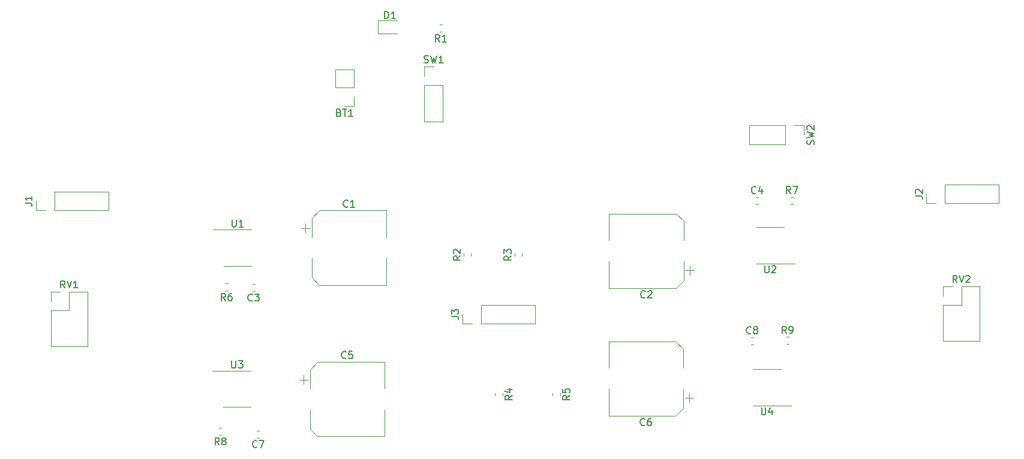
<source format=gbr>
G04 #@! TF.GenerationSoftware,KiCad,Pcbnew,(5.1.2-1)-1*
G04 #@! TF.CreationDate,2021-03-06T08:10:20-07:00*
G04 #@! TF.ProjectId,audio_quad_minimal,61756469-6f5f-4717-9561-645f6d696e69,rev?*
G04 #@! TF.SameCoordinates,Original*
G04 #@! TF.FileFunction,Legend,Top*
G04 #@! TF.FilePolarity,Positive*
%FSLAX46Y46*%
G04 Gerber Fmt 4.6, Leading zero omitted, Abs format (unit mm)*
G04 Created by KiCad (PCBNEW (5.1.2-1)-1) date 2021-03-06 08:10:20*
%MOMM*%
%LPD*%
G04 APERTURE LIST*
%ADD10C,0.120000*%
%ADD11C,0.150000*%
G04 APERTURE END LIST*
D10*
X149606000Y-104858500D02*
X153056000Y-104858500D01*
X149606000Y-104858500D02*
X147656000Y-104858500D01*
X149606000Y-99738500D02*
X151556000Y-99738500D01*
X149606000Y-99738500D02*
X147656000Y-99738500D01*
X74803000Y-99929000D02*
X71353000Y-99929000D01*
X74803000Y-99929000D02*
X76753000Y-99929000D01*
X74803000Y-105049000D02*
X72853000Y-105049000D01*
X74803000Y-105049000D02*
X76753000Y-105049000D01*
X150050500Y-84792500D02*
X153500500Y-84792500D01*
X150050500Y-84792500D02*
X148100500Y-84792500D01*
X150050500Y-79672500D02*
X152000500Y-79672500D01*
X150050500Y-79672500D02*
X148100500Y-79672500D01*
X74866500Y-79990000D02*
X71416500Y-79990000D01*
X74866500Y-79990000D02*
X76816500Y-79990000D01*
X74866500Y-85110000D02*
X72916500Y-85110000D01*
X74866500Y-85110000D02*
X76816500Y-85110000D01*
X154809500Y-65281500D02*
X154809500Y-66611500D01*
X153479500Y-65281500D02*
X154809500Y-65281500D01*
X152209500Y-65281500D02*
X152209500Y-67941500D01*
X152209500Y-67941500D02*
X147069500Y-67941500D01*
X152209500Y-65281500D02*
X147069500Y-65281500D01*
X147069500Y-65281500D02*
X147069500Y-67941500D01*
X101222500Y-56963000D02*
X102552500Y-56963000D01*
X101222500Y-58293000D02*
X101222500Y-56963000D01*
X101222500Y-59563000D02*
X103882500Y-59563000D01*
X103882500Y-59563000D02*
X103882500Y-64703000D01*
X101222500Y-59563000D02*
X101222500Y-64703000D01*
X101222500Y-64703000D02*
X103882500Y-64703000D01*
X174438000Y-88014500D02*
X175768000Y-88014500D01*
X174438000Y-89344500D02*
X174438000Y-88014500D01*
X177038000Y-88014500D02*
X179638000Y-88014500D01*
X177038000Y-90614500D02*
X177038000Y-88014500D01*
X174438000Y-90614500D02*
X177038000Y-90614500D01*
X179638000Y-88014500D02*
X179638000Y-95754500D01*
X174438000Y-90614500D02*
X174438000Y-95754500D01*
X174438000Y-95754500D02*
X179638000Y-95754500D01*
X48517500Y-88776500D02*
X49847500Y-88776500D01*
X48517500Y-90106500D02*
X48517500Y-88776500D01*
X51117500Y-88776500D02*
X53717500Y-88776500D01*
X51117500Y-91376500D02*
X51117500Y-88776500D01*
X48517500Y-91376500D02*
X51117500Y-91376500D01*
X53717500Y-88776500D02*
X53717500Y-96516500D01*
X48517500Y-91376500D02*
X48517500Y-96516500D01*
X48517500Y-96516500D02*
X53717500Y-96516500D01*
X152338721Y-96141000D02*
X152664279Y-96141000D01*
X152338721Y-95121000D02*
X152664279Y-95121000D01*
X72616279Y-108011500D02*
X72290721Y-108011500D01*
X72616279Y-109031500D02*
X72290721Y-109031500D01*
X152935721Y-76392500D02*
X153261279Y-76392500D01*
X152935721Y-75372500D02*
X153261279Y-75372500D01*
X73505279Y-87628000D02*
X73179721Y-87628000D01*
X73505279Y-88648000D02*
X73179721Y-88648000D01*
X119378000Y-103088221D02*
X119378000Y-103413779D01*
X120398000Y-103088221D02*
X120398000Y-103413779D01*
X111250000Y-103088221D02*
X111250000Y-103413779D01*
X112270000Y-103088221D02*
X112270000Y-103413779D01*
X115000500Y-83728779D02*
X115000500Y-83403221D01*
X113980500Y-83728779D02*
X113980500Y-83403221D01*
X107825000Y-83728779D02*
X107825000Y-83403221D01*
X106805000Y-83728779D02*
X106805000Y-83403221D01*
X103731279Y-51052000D02*
X103405721Y-51052000D01*
X103731279Y-52072000D02*
X103405721Y-52072000D01*
X106620000Y-93278000D02*
X106620000Y-91948000D01*
X107950000Y-93278000D02*
X106620000Y-93278000D01*
X109220000Y-93278000D02*
X109220000Y-90618000D01*
X109220000Y-90618000D02*
X116900000Y-90618000D01*
X109220000Y-93278000D02*
X116900000Y-93278000D01*
X116900000Y-93278000D02*
X116900000Y-90618000D01*
X172088500Y-76260000D02*
X172088500Y-74930000D01*
X173418500Y-76260000D02*
X172088500Y-76260000D01*
X174688500Y-76260000D02*
X174688500Y-73600000D01*
X174688500Y-73600000D02*
X182368500Y-73600000D01*
X174688500Y-76260000D02*
X182368500Y-76260000D01*
X182368500Y-76260000D02*
X182368500Y-73600000D01*
X46422000Y-77276000D02*
X46422000Y-75946000D01*
X47752000Y-77276000D02*
X46422000Y-77276000D01*
X49022000Y-77276000D02*
X49022000Y-74616000D01*
X49022000Y-74616000D02*
X56702000Y-74616000D01*
X49022000Y-77276000D02*
X56702000Y-77276000D01*
X56702000Y-77276000D02*
X56702000Y-74616000D01*
X94708000Y-52331500D02*
X97393000Y-52331500D01*
X94708000Y-50411500D02*
X94708000Y-52331500D01*
X97393000Y-50411500D02*
X94708000Y-50411500D01*
X147347721Y-96204500D02*
X147673279Y-96204500D01*
X147347721Y-95184500D02*
X147673279Y-95184500D01*
X77950279Y-108392500D02*
X77624721Y-108392500D01*
X77950279Y-109412500D02*
X77624721Y-109412500D01*
X138649500Y-104413500D02*
X138649500Y-103163500D01*
X139274500Y-103788500D02*
X138024500Y-103788500D01*
X137784500Y-96832937D02*
X136720063Y-95768500D01*
X137784500Y-105224063D02*
X136720063Y-106288500D01*
X137784500Y-105224063D02*
X137784500Y-102538500D01*
X137784500Y-96832937D02*
X137784500Y-99518500D01*
X136720063Y-95768500D02*
X127264500Y-95768500D01*
X136720063Y-106288500D02*
X127264500Y-106288500D01*
X127264500Y-106288500D02*
X127264500Y-102538500D01*
X127264500Y-95768500D02*
X127264500Y-99518500D01*
X84235500Y-100564500D02*
X84235500Y-101814500D01*
X83610500Y-101189500D02*
X84860500Y-101189500D01*
X85100500Y-108145063D02*
X86164937Y-109209500D01*
X85100500Y-99753937D02*
X86164937Y-98689500D01*
X85100500Y-99753937D02*
X85100500Y-102439500D01*
X85100500Y-108145063D02*
X85100500Y-105459500D01*
X86164937Y-109209500D02*
X95620500Y-109209500D01*
X86164937Y-98689500D02*
X95620500Y-98689500D01*
X95620500Y-98689500D02*
X95620500Y-102439500D01*
X95620500Y-109209500D02*
X95620500Y-105459500D01*
X148046221Y-76392500D02*
X148371779Y-76392500D01*
X148046221Y-75372500D02*
X148371779Y-75372500D01*
X77315279Y-87691500D02*
X76989721Y-87691500D01*
X77315279Y-88711500D02*
X76989721Y-88711500D01*
X138713000Y-86379500D02*
X138713000Y-85129500D01*
X139338000Y-85754500D02*
X138088000Y-85754500D01*
X137848000Y-78798937D02*
X136783563Y-77734500D01*
X137848000Y-87190063D02*
X136783563Y-88254500D01*
X137848000Y-87190063D02*
X137848000Y-84504500D01*
X137848000Y-78798937D02*
X137848000Y-81484500D01*
X136783563Y-77734500D02*
X127328000Y-77734500D01*
X136783563Y-88254500D02*
X127328000Y-88254500D01*
X127328000Y-88254500D02*
X127328000Y-84504500D01*
X127328000Y-77734500D02*
X127328000Y-81484500D01*
X84489500Y-79165000D02*
X84489500Y-80415000D01*
X83864500Y-79790000D02*
X85114500Y-79790000D01*
X85354500Y-86745563D02*
X86418937Y-87810000D01*
X85354500Y-78354437D02*
X86418937Y-77290000D01*
X85354500Y-78354437D02*
X85354500Y-81040000D01*
X85354500Y-86745563D02*
X85354500Y-84060000D01*
X86418937Y-87810000D02*
X95874500Y-87810000D01*
X86418937Y-77290000D02*
X95874500Y-77290000D01*
X95874500Y-77290000D02*
X95874500Y-81040000D01*
X95874500Y-87810000D02*
X95874500Y-84060000D01*
X91309500Y-62544000D02*
X89979500Y-62544000D01*
X91309500Y-61214000D02*
X91309500Y-62544000D01*
X91309500Y-59944000D02*
X88649500Y-59944000D01*
X88649500Y-59944000D02*
X88649500Y-57344000D01*
X91309500Y-59944000D02*
X91309500Y-57344000D01*
X91309500Y-57344000D02*
X88649500Y-57344000D01*
D11*
X148844095Y-105150880D02*
X148844095Y-105960404D01*
X148891714Y-106055642D01*
X148939333Y-106103261D01*
X149034571Y-106150880D01*
X149225047Y-106150880D01*
X149320285Y-106103261D01*
X149367904Y-106055642D01*
X149415523Y-105960404D01*
X149415523Y-105150880D01*
X150320285Y-105484214D02*
X150320285Y-106150880D01*
X150082190Y-105103261D02*
X149844095Y-105817547D01*
X150463142Y-105817547D01*
X74041095Y-98541380D02*
X74041095Y-99350904D01*
X74088714Y-99446142D01*
X74136333Y-99493761D01*
X74231571Y-99541380D01*
X74422047Y-99541380D01*
X74517285Y-99493761D01*
X74564904Y-99446142D01*
X74612523Y-99350904D01*
X74612523Y-98541380D01*
X74993476Y-98541380D02*
X75612523Y-98541380D01*
X75279190Y-98922333D01*
X75422047Y-98922333D01*
X75517285Y-98969952D01*
X75564904Y-99017571D01*
X75612523Y-99112809D01*
X75612523Y-99350904D01*
X75564904Y-99446142D01*
X75517285Y-99493761D01*
X75422047Y-99541380D01*
X75136333Y-99541380D01*
X75041095Y-99493761D01*
X74993476Y-99446142D01*
X149288595Y-85084880D02*
X149288595Y-85894404D01*
X149336214Y-85989642D01*
X149383833Y-86037261D01*
X149479071Y-86084880D01*
X149669547Y-86084880D01*
X149764785Y-86037261D01*
X149812404Y-85989642D01*
X149860023Y-85894404D01*
X149860023Y-85084880D01*
X150288595Y-85180119D02*
X150336214Y-85132500D01*
X150431452Y-85084880D01*
X150669547Y-85084880D01*
X150764785Y-85132500D01*
X150812404Y-85180119D01*
X150860023Y-85275357D01*
X150860023Y-85370595D01*
X150812404Y-85513452D01*
X150240976Y-86084880D01*
X150860023Y-86084880D01*
X74104595Y-78602380D02*
X74104595Y-79411904D01*
X74152214Y-79507142D01*
X74199833Y-79554761D01*
X74295071Y-79602380D01*
X74485547Y-79602380D01*
X74580785Y-79554761D01*
X74628404Y-79507142D01*
X74676023Y-79411904D01*
X74676023Y-78602380D01*
X75676023Y-79602380D02*
X75104595Y-79602380D01*
X75390309Y-79602380D02*
X75390309Y-78602380D01*
X75295071Y-78745238D01*
X75199833Y-78840476D01*
X75104595Y-78888095D01*
X156214261Y-67944833D02*
X156261880Y-67801976D01*
X156261880Y-67563880D01*
X156214261Y-67468642D01*
X156166642Y-67421023D01*
X156071404Y-67373404D01*
X155976166Y-67373404D01*
X155880928Y-67421023D01*
X155833309Y-67468642D01*
X155785690Y-67563880D01*
X155738071Y-67754357D01*
X155690452Y-67849595D01*
X155642833Y-67897214D01*
X155547595Y-67944833D01*
X155452357Y-67944833D01*
X155357119Y-67897214D01*
X155309500Y-67849595D01*
X155261880Y-67754357D01*
X155261880Y-67516261D01*
X155309500Y-67373404D01*
X155261880Y-67040071D02*
X156261880Y-66801976D01*
X155547595Y-66611500D01*
X156261880Y-66421023D01*
X155261880Y-66182928D01*
X155357119Y-65849595D02*
X155309500Y-65801976D01*
X155261880Y-65706738D01*
X155261880Y-65468642D01*
X155309500Y-65373404D01*
X155357119Y-65325785D01*
X155452357Y-65278166D01*
X155547595Y-65278166D01*
X155690452Y-65325785D01*
X156261880Y-65897214D01*
X156261880Y-65278166D01*
X101219166Y-56367761D02*
X101362023Y-56415380D01*
X101600119Y-56415380D01*
X101695357Y-56367761D01*
X101742976Y-56320142D01*
X101790595Y-56224904D01*
X101790595Y-56129666D01*
X101742976Y-56034428D01*
X101695357Y-55986809D01*
X101600119Y-55939190D01*
X101409642Y-55891571D01*
X101314404Y-55843952D01*
X101266785Y-55796333D01*
X101219166Y-55701095D01*
X101219166Y-55605857D01*
X101266785Y-55510619D01*
X101314404Y-55463000D01*
X101409642Y-55415380D01*
X101647738Y-55415380D01*
X101790595Y-55463000D01*
X102123928Y-55415380D02*
X102362023Y-56415380D01*
X102552500Y-55701095D01*
X102742976Y-56415380D01*
X102981071Y-55415380D01*
X103885833Y-56415380D02*
X103314404Y-56415380D01*
X103600119Y-56415380D02*
X103600119Y-55415380D01*
X103504880Y-55558238D01*
X103409642Y-55653476D01*
X103314404Y-55701095D01*
X176442761Y-87466880D02*
X176109428Y-86990690D01*
X175871333Y-87466880D02*
X175871333Y-86466880D01*
X176252285Y-86466880D01*
X176347523Y-86514500D01*
X176395142Y-86562119D01*
X176442761Y-86657357D01*
X176442761Y-86800214D01*
X176395142Y-86895452D01*
X176347523Y-86943071D01*
X176252285Y-86990690D01*
X175871333Y-86990690D01*
X176728476Y-86466880D02*
X177061809Y-87466880D01*
X177395142Y-86466880D01*
X177680857Y-86562119D02*
X177728476Y-86514500D01*
X177823714Y-86466880D01*
X178061809Y-86466880D01*
X178157047Y-86514500D01*
X178204666Y-86562119D01*
X178252285Y-86657357D01*
X178252285Y-86752595D01*
X178204666Y-86895452D01*
X177633238Y-87466880D01*
X178252285Y-87466880D01*
X50522261Y-88228880D02*
X50188928Y-87752690D01*
X49950833Y-88228880D02*
X49950833Y-87228880D01*
X50331785Y-87228880D01*
X50427023Y-87276500D01*
X50474642Y-87324119D01*
X50522261Y-87419357D01*
X50522261Y-87562214D01*
X50474642Y-87657452D01*
X50427023Y-87705071D01*
X50331785Y-87752690D01*
X49950833Y-87752690D01*
X50807976Y-87228880D02*
X51141309Y-88228880D01*
X51474642Y-87228880D01*
X52331785Y-88228880D02*
X51760357Y-88228880D01*
X52046071Y-88228880D02*
X52046071Y-87228880D01*
X51950833Y-87371738D01*
X51855595Y-87466976D01*
X51760357Y-87514595D01*
X152334833Y-94653380D02*
X152001500Y-94177190D01*
X151763404Y-94653380D02*
X151763404Y-93653380D01*
X152144357Y-93653380D01*
X152239595Y-93701000D01*
X152287214Y-93748619D01*
X152334833Y-93843857D01*
X152334833Y-93986714D01*
X152287214Y-94081952D01*
X152239595Y-94129571D01*
X152144357Y-94177190D01*
X151763404Y-94177190D01*
X152811023Y-94653380D02*
X153001500Y-94653380D01*
X153096738Y-94605761D01*
X153144357Y-94558142D01*
X153239595Y-94415285D01*
X153287214Y-94224809D01*
X153287214Y-93843857D01*
X153239595Y-93748619D01*
X153191976Y-93701000D01*
X153096738Y-93653380D01*
X152906261Y-93653380D01*
X152811023Y-93701000D01*
X152763404Y-93748619D01*
X152715785Y-93843857D01*
X152715785Y-94081952D01*
X152763404Y-94177190D01*
X152811023Y-94224809D01*
X152906261Y-94272428D01*
X153096738Y-94272428D01*
X153191976Y-94224809D01*
X153239595Y-94177190D01*
X153287214Y-94081952D01*
X72286833Y-110403880D02*
X71953500Y-109927690D01*
X71715404Y-110403880D02*
X71715404Y-109403880D01*
X72096357Y-109403880D01*
X72191595Y-109451500D01*
X72239214Y-109499119D01*
X72286833Y-109594357D01*
X72286833Y-109737214D01*
X72239214Y-109832452D01*
X72191595Y-109880071D01*
X72096357Y-109927690D01*
X71715404Y-109927690D01*
X72858261Y-109832452D02*
X72763023Y-109784833D01*
X72715404Y-109737214D01*
X72667785Y-109641976D01*
X72667785Y-109594357D01*
X72715404Y-109499119D01*
X72763023Y-109451500D01*
X72858261Y-109403880D01*
X73048738Y-109403880D01*
X73143976Y-109451500D01*
X73191595Y-109499119D01*
X73239214Y-109594357D01*
X73239214Y-109641976D01*
X73191595Y-109737214D01*
X73143976Y-109784833D01*
X73048738Y-109832452D01*
X72858261Y-109832452D01*
X72763023Y-109880071D01*
X72715404Y-109927690D01*
X72667785Y-110022928D01*
X72667785Y-110213404D01*
X72715404Y-110308642D01*
X72763023Y-110356261D01*
X72858261Y-110403880D01*
X73048738Y-110403880D01*
X73143976Y-110356261D01*
X73191595Y-110308642D01*
X73239214Y-110213404D01*
X73239214Y-110022928D01*
X73191595Y-109927690D01*
X73143976Y-109880071D01*
X73048738Y-109832452D01*
X152931833Y-74904880D02*
X152598500Y-74428690D01*
X152360404Y-74904880D02*
X152360404Y-73904880D01*
X152741357Y-73904880D01*
X152836595Y-73952500D01*
X152884214Y-74000119D01*
X152931833Y-74095357D01*
X152931833Y-74238214D01*
X152884214Y-74333452D01*
X152836595Y-74381071D01*
X152741357Y-74428690D01*
X152360404Y-74428690D01*
X153265166Y-73904880D02*
X153931833Y-73904880D01*
X153503261Y-74904880D01*
X73175833Y-90020380D02*
X72842500Y-89544190D01*
X72604404Y-90020380D02*
X72604404Y-89020380D01*
X72985357Y-89020380D01*
X73080595Y-89068000D01*
X73128214Y-89115619D01*
X73175833Y-89210857D01*
X73175833Y-89353714D01*
X73128214Y-89448952D01*
X73080595Y-89496571D01*
X72985357Y-89544190D01*
X72604404Y-89544190D01*
X74032976Y-89020380D02*
X73842500Y-89020380D01*
X73747261Y-89068000D01*
X73699642Y-89115619D01*
X73604404Y-89258476D01*
X73556785Y-89448952D01*
X73556785Y-89829904D01*
X73604404Y-89925142D01*
X73652023Y-89972761D01*
X73747261Y-90020380D01*
X73937738Y-90020380D01*
X74032976Y-89972761D01*
X74080595Y-89925142D01*
X74128214Y-89829904D01*
X74128214Y-89591809D01*
X74080595Y-89496571D01*
X74032976Y-89448952D01*
X73937738Y-89401333D01*
X73747261Y-89401333D01*
X73652023Y-89448952D01*
X73604404Y-89496571D01*
X73556785Y-89591809D01*
X121770380Y-103417666D02*
X121294190Y-103751000D01*
X121770380Y-103989095D02*
X120770380Y-103989095D01*
X120770380Y-103608142D01*
X120818000Y-103512904D01*
X120865619Y-103465285D01*
X120960857Y-103417666D01*
X121103714Y-103417666D01*
X121198952Y-103465285D01*
X121246571Y-103512904D01*
X121294190Y-103608142D01*
X121294190Y-103989095D01*
X120770380Y-102512904D02*
X120770380Y-102989095D01*
X121246571Y-103036714D01*
X121198952Y-102989095D01*
X121151333Y-102893857D01*
X121151333Y-102655761D01*
X121198952Y-102560523D01*
X121246571Y-102512904D01*
X121341809Y-102465285D01*
X121579904Y-102465285D01*
X121675142Y-102512904D01*
X121722761Y-102560523D01*
X121770380Y-102655761D01*
X121770380Y-102893857D01*
X121722761Y-102989095D01*
X121675142Y-103036714D01*
X113642380Y-103417666D02*
X113166190Y-103751000D01*
X113642380Y-103989095D02*
X112642380Y-103989095D01*
X112642380Y-103608142D01*
X112690000Y-103512904D01*
X112737619Y-103465285D01*
X112832857Y-103417666D01*
X112975714Y-103417666D01*
X113070952Y-103465285D01*
X113118571Y-103512904D01*
X113166190Y-103608142D01*
X113166190Y-103989095D01*
X112975714Y-102560523D02*
X113642380Y-102560523D01*
X112594761Y-102798619D02*
X113309047Y-103036714D01*
X113309047Y-102417666D01*
X113512880Y-83732666D02*
X113036690Y-84066000D01*
X113512880Y-84304095D02*
X112512880Y-84304095D01*
X112512880Y-83923142D01*
X112560500Y-83827904D01*
X112608119Y-83780285D01*
X112703357Y-83732666D01*
X112846214Y-83732666D01*
X112941452Y-83780285D01*
X112989071Y-83827904D01*
X113036690Y-83923142D01*
X113036690Y-84304095D01*
X112512880Y-83399333D02*
X112512880Y-82780285D01*
X112893833Y-83113619D01*
X112893833Y-82970761D01*
X112941452Y-82875523D01*
X112989071Y-82827904D01*
X113084309Y-82780285D01*
X113322404Y-82780285D01*
X113417642Y-82827904D01*
X113465261Y-82875523D01*
X113512880Y-82970761D01*
X113512880Y-83256476D01*
X113465261Y-83351714D01*
X113417642Y-83399333D01*
X106337380Y-83732666D02*
X105861190Y-84066000D01*
X106337380Y-84304095D02*
X105337380Y-84304095D01*
X105337380Y-83923142D01*
X105385000Y-83827904D01*
X105432619Y-83780285D01*
X105527857Y-83732666D01*
X105670714Y-83732666D01*
X105765952Y-83780285D01*
X105813571Y-83827904D01*
X105861190Y-83923142D01*
X105861190Y-84304095D01*
X105432619Y-83351714D02*
X105385000Y-83304095D01*
X105337380Y-83208857D01*
X105337380Y-82970761D01*
X105385000Y-82875523D01*
X105432619Y-82827904D01*
X105527857Y-82780285D01*
X105623095Y-82780285D01*
X105765952Y-82827904D01*
X106337380Y-83399333D01*
X106337380Y-82780285D01*
X103401833Y-53444380D02*
X103068500Y-52968190D01*
X102830404Y-53444380D02*
X102830404Y-52444380D01*
X103211357Y-52444380D01*
X103306595Y-52492000D01*
X103354214Y-52539619D01*
X103401833Y-52634857D01*
X103401833Y-52777714D01*
X103354214Y-52872952D01*
X103306595Y-52920571D01*
X103211357Y-52968190D01*
X102830404Y-52968190D01*
X104354214Y-53444380D02*
X103782785Y-53444380D01*
X104068500Y-53444380D02*
X104068500Y-52444380D01*
X103973261Y-52587238D01*
X103878023Y-52682476D01*
X103782785Y-52730095D01*
X105072380Y-92281333D02*
X105786666Y-92281333D01*
X105929523Y-92328952D01*
X106024761Y-92424190D01*
X106072380Y-92567047D01*
X106072380Y-92662285D01*
X105072380Y-91900380D02*
X105072380Y-91281333D01*
X105453333Y-91614666D01*
X105453333Y-91471809D01*
X105500952Y-91376571D01*
X105548571Y-91328952D01*
X105643809Y-91281333D01*
X105881904Y-91281333D01*
X105977142Y-91328952D01*
X106024761Y-91376571D01*
X106072380Y-91471809D01*
X106072380Y-91757523D01*
X106024761Y-91852761D01*
X105977142Y-91900380D01*
X170540880Y-75263333D02*
X171255166Y-75263333D01*
X171398023Y-75310952D01*
X171493261Y-75406190D01*
X171540880Y-75549047D01*
X171540880Y-75644285D01*
X170636119Y-74834761D02*
X170588500Y-74787142D01*
X170540880Y-74691904D01*
X170540880Y-74453809D01*
X170588500Y-74358571D01*
X170636119Y-74310952D01*
X170731357Y-74263333D01*
X170826595Y-74263333D01*
X170969452Y-74310952D01*
X171540880Y-74882380D01*
X171540880Y-74263333D01*
X44874380Y-76279333D02*
X45588666Y-76279333D01*
X45731523Y-76326952D01*
X45826761Y-76422190D01*
X45874380Y-76565047D01*
X45874380Y-76660285D01*
X45874380Y-75279333D02*
X45874380Y-75850761D01*
X45874380Y-75565047D02*
X44874380Y-75565047D01*
X45017238Y-75660285D01*
X45112476Y-75755523D01*
X45160095Y-75850761D01*
X95654904Y-50173880D02*
X95654904Y-49173880D01*
X95893000Y-49173880D01*
X96035857Y-49221500D01*
X96131095Y-49316738D01*
X96178714Y-49411976D01*
X96226333Y-49602452D01*
X96226333Y-49745309D01*
X96178714Y-49935785D01*
X96131095Y-50031023D01*
X96035857Y-50126261D01*
X95893000Y-50173880D01*
X95654904Y-50173880D01*
X97178714Y-50173880D02*
X96607285Y-50173880D01*
X96893000Y-50173880D02*
X96893000Y-49173880D01*
X96797761Y-49316738D01*
X96702523Y-49411976D01*
X96607285Y-49459595D01*
X147343833Y-94621642D02*
X147296214Y-94669261D01*
X147153357Y-94716880D01*
X147058119Y-94716880D01*
X146915261Y-94669261D01*
X146820023Y-94574023D01*
X146772404Y-94478785D01*
X146724785Y-94288309D01*
X146724785Y-94145452D01*
X146772404Y-93954976D01*
X146820023Y-93859738D01*
X146915261Y-93764500D01*
X147058119Y-93716880D01*
X147153357Y-93716880D01*
X147296214Y-93764500D01*
X147343833Y-93812119D01*
X147915261Y-94145452D02*
X147820023Y-94097833D01*
X147772404Y-94050214D01*
X147724785Y-93954976D01*
X147724785Y-93907357D01*
X147772404Y-93812119D01*
X147820023Y-93764500D01*
X147915261Y-93716880D01*
X148105738Y-93716880D01*
X148200976Y-93764500D01*
X148248595Y-93812119D01*
X148296214Y-93907357D01*
X148296214Y-93954976D01*
X148248595Y-94050214D01*
X148200976Y-94097833D01*
X148105738Y-94145452D01*
X147915261Y-94145452D01*
X147820023Y-94193071D01*
X147772404Y-94240690D01*
X147724785Y-94335928D01*
X147724785Y-94526404D01*
X147772404Y-94621642D01*
X147820023Y-94669261D01*
X147915261Y-94716880D01*
X148105738Y-94716880D01*
X148200976Y-94669261D01*
X148248595Y-94621642D01*
X148296214Y-94526404D01*
X148296214Y-94335928D01*
X148248595Y-94240690D01*
X148200976Y-94193071D01*
X148105738Y-94145452D01*
X77620833Y-110689642D02*
X77573214Y-110737261D01*
X77430357Y-110784880D01*
X77335119Y-110784880D01*
X77192261Y-110737261D01*
X77097023Y-110642023D01*
X77049404Y-110546785D01*
X77001785Y-110356309D01*
X77001785Y-110213452D01*
X77049404Y-110022976D01*
X77097023Y-109927738D01*
X77192261Y-109832500D01*
X77335119Y-109784880D01*
X77430357Y-109784880D01*
X77573214Y-109832500D01*
X77620833Y-109880119D01*
X77954166Y-109784880D02*
X78620833Y-109784880D01*
X78192261Y-110784880D01*
X132357833Y-107585642D02*
X132310214Y-107633261D01*
X132167357Y-107680880D01*
X132072119Y-107680880D01*
X131929261Y-107633261D01*
X131834023Y-107538023D01*
X131786404Y-107442785D01*
X131738785Y-107252309D01*
X131738785Y-107109452D01*
X131786404Y-106918976D01*
X131834023Y-106823738D01*
X131929261Y-106728500D01*
X132072119Y-106680880D01*
X132167357Y-106680880D01*
X132310214Y-106728500D01*
X132357833Y-106776119D01*
X133214976Y-106680880D02*
X133024500Y-106680880D01*
X132929261Y-106728500D01*
X132881642Y-106776119D01*
X132786404Y-106918976D01*
X132738785Y-107109452D01*
X132738785Y-107490404D01*
X132786404Y-107585642D01*
X132834023Y-107633261D01*
X132929261Y-107680880D01*
X133119738Y-107680880D01*
X133214976Y-107633261D01*
X133262595Y-107585642D01*
X133310214Y-107490404D01*
X133310214Y-107252309D01*
X133262595Y-107157071D01*
X133214976Y-107109452D01*
X133119738Y-107061833D01*
X132929261Y-107061833D01*
X132834023Y-107109452D01*
X132786404Y-107157071D01*
X132738785Y-107252309D01*
X90193833Y-98106642D02*
X90146214Y-98154261D01*
X90003357Y-98201880D01*
X89908119Y-98201880D01*
X89765261Y-98154261D01*
X89670023Y-98059023D01*
X89622404Y-97963785D01*
X89574785Y-97773309D01*
X89574785Y-97630452D01*
X89622404Y-97439976D01*
X89670023Y-97344738D01*
X89765261Y-97249500D01*
X89908119Y-97201880D01*
X90003357Y-97201880D01*
X90146214Y-97249500D01*
X90193833Y-97297119D01*
X91098595Y-97201880D02*
X90622404Y-97201880D01*
X90574785Y-97678071D01*
X90622404Y-97630452D01*
X90717642Y-97582833D01*
X90955738Y-97582833D01*
X91050976Y-97630452D01*
X91098595Y-97678071D01*
X91146214Y-97773309D01*
X91146214Y-98011404D01*
X91098595Y-98106642D01*
X91050976Y-98154261D01*
X90955738Y-98201880D01*
X90717642Y-98201880D01*
X90622404Y-98154261D01*
X90574785Y-98106642D01*
X148042333Y-74809642D02*
X147994714Y-74857261D01*
X147851857Y-74904880D01*
X147756619Y-74904880D01*
X147613761Y-74857261D01*
X147518523Y-74762023D01*
X147470904Y-74666785D01*
X147423285Y-74476309D01*
X147423285Y-74333452D01*
X147470904Y-74142976D01*
X147518523Y-74047738D01*
X147613761Y-73952500D01*
X147756619Y-73904880D01*
X147851857Y-73904880D01*
X147994714Y-73952500D01*
X148042333Y-74000119D01*
X148899476Y-74238214D02*
X148899476Y-74904880D01*
X148661380Y-73857261D02*
X148423285Y-74571547D01*
X149042333Y-74571547D01*
X76985833Y-89988642D02*
X76938214Y-90036261D01*
X76795357Y-90083880D01*
X76700119Y-90083880D01*
X76557261Y-90036261D01*
X76462023Y-89941023D01*
X76414404Y-89845785D01*
X76366785Y-89655309D01*
X76366785Y-89512452D01*
X76414404Y-89321976D01*
X76462023Y-89226738D01*
X76557261Y-89131500D01*
X76700119Y-89083880D01*
X76795357Y-89083880D01*
X76938214Y-89131500D01*
X76985833Y-89179119D01*
X77319166Y-89083880D02*
X77938214Y-89083880D01*
X77604880Y-89464833D01*
X77747738Y-89464833D01*
X77842976Y-89512452D01*
X77890595Y-89560071D01*
X77938214Y-89655309D01*
X77938214Y-89893404D01*
X77890595Y-89988642D01*
X77842976Y-90036261D01*
X77747738Y-90083880D01*
X77462023Y-90083880D01*
X77366785Y-90036261D01*
X77319166Y-89988642D01*
X132421333Y-89551642D02*
X132373714Y-89599261D01*
X132230857Y-89646880D01*
X132135619Y-89646880D01*
X131992761Y-89599261D01*
X131897523Y-89504023D01*
X131849904Y-89408785D01*
X131802285Y-89218309D01*
X131802285Y-89075452D01*
X131849904Y-88884976D01*
X131897523Y-88789738D01*
X131992761Y-88694500D01*
X132135619Y-88646880D01*
X132230857Y-88646880D01*
X132373714Y-88694500D01*
X132421333Y-88742119D01*
X132802285Y-88742119D02*
X132849904Y-88694500D01*
X132945142Y-88646880D01*
X133183238Y-88646880D01*
X133278476Y-88694500D01*
X133326095Y-88742119D01*
X133373714Y-88837357D01*
X133373714Y-88932595D01*
X133326095Y-89075452D01*
X132754666Y-89646880D01*
X133373714Y-89646880D01*
X90447833Y-76707142D02*
X90400214Y-76754761D01*
X90257357Y-76802380D01*
X90162119Y-76802380D01*
X90019261Y-76754761D01*
X89924023Y-76659523D01*
X89876404Y-76564285D01*
X89828785Y-76373809D01*
X89828785Y-76230952D01*
X89876404Y-76040476D01*
X89924023Y-75945238D01*
X90019261Y-75850000D01*
X90162119Y-75802380D01*
X90257357Y-75802380D01*
X90400214Y-75850000D01*
X90447833Y-75897619D01*
X91400214Y-76802380D02*
X90828785Y-76802380D01*
X91114500Y-76802380D02*
X91114500Y-75802380D01*
X91019261Y-75945238D01*
X90924023Y-76040476D01*
X90828785Y-76088095D01*
X89193785Y-63472571D02*
X89336642Y-63520190D01*
X89384261Y-63567809D01*
X89431880Y-63663047D01*
X89431880Y-63805904D01*
X89384261Y-63901142D01*
X89336642Y-63948761D01*
X89241404Y-63996380D01*
X88860452Y-63996380D01*
X88860452Y-62996380D01*
X89193785Y-62996380D01*
X89289023Y-63044000D01*
X89336642Y-63091619D01*
X89384261Y-63186857D01*
X89384261Y-63282095D01*
X89336642Y-63377333D01*
X89289023Y-63424952D01*
X89193785Y-63472571D01*
X88860452Y-63472571D01*
X89717595Y-62996380D02*
X90289023Y-62996380D01*
X90003309Y-63996380D02*
X90003309Y-62996380D01*
X91146166Y-63996380D02*
X90574738Y-63996380D01*
X90860452Y-63996380D02*
X90860452Y-62996380D01*
X90765214Y-63139238D01*
X90669976Y-63234476D01*
X90574738Y-63282095D01*
M02*

</source>
